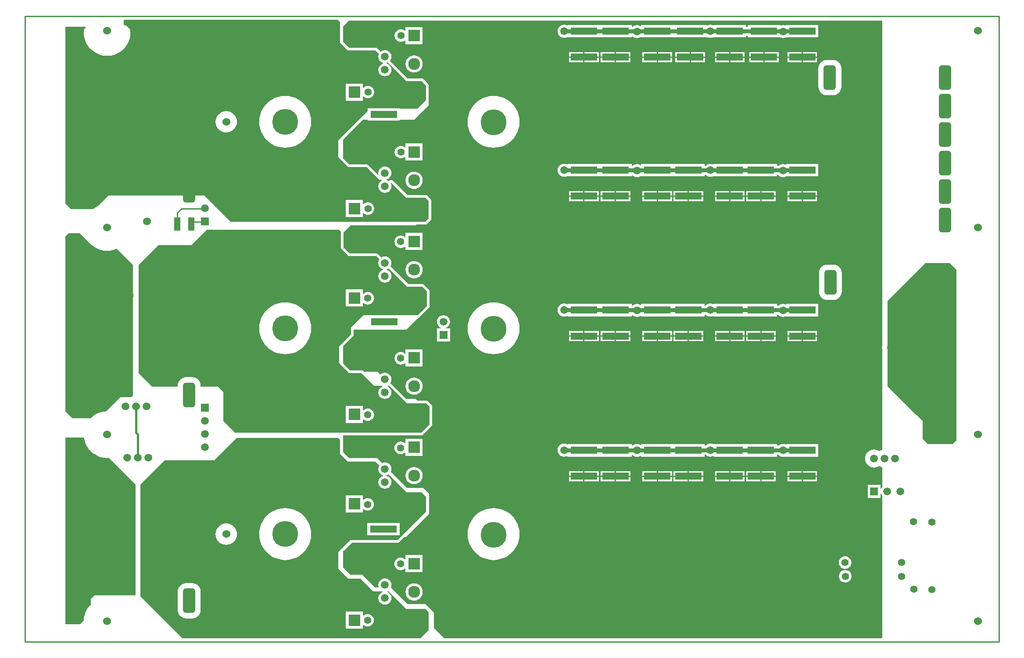
<source format=gbl>
G04 Layer_Physical_Order=4*
G04 Layer_Color=16711680*
%FSLAX44Y44*%
%MOMM*%
G71*
G01*
G75*
%ADD13C,0.2540*%
%ADD14C,0.8000*%
%ADD15C,0.4000*%
%ADD18C,0.1000*%
%ADD19C,1.5240*%
%ADD20C,1.4000*%
%ADD21R,1.5000X1.5000*%
%ADD22C,1.5000*%
G04:AMPARAMS|DCode=23|XSize=4.8mm|YSize=2.4mm|CornerRadius=0.6mm|HoleSize=0mm|Usage=FLASHONLY|Rotation=270.000|XOffset=0mm|YOffset=0mm|HoleType=Round|Shape=RoundedRectangle|*
%AMROUNDEDRECTD23*
21,1,4.8000,1.2000,0,0,270.0*
21,1,3.6000,2.4000,0,0,270.0*
1,1,1.2000,-0.6000,-1.8000*
1,1,1.2000,-0.6000,1.8000*
1,1,1.2000,0.6000,1.8000*
1,1,1.2000,0.6000,-1.8000*
%
%ADD23ROUNDEDRECTD23*%
%ADD24R,1.5000X1.5000*%
%ADD25O,9.0000X6.0000*%
%ADD26C,5.0000*%
%ADD27C,2.3000*%
%ADD28R,2.3000X2.3000*%
%ADD29C,1.6000*%
%ADD30C,0.8000*%
%ADD31R,5.2000X1.4000*%
%ADD32R,1.2000X2.5000*%
G36*
X586600Y795650D02*
X600800Y795650D01*
X605650D01*
X609400Y791900D01*
Y779300D01*
X609400Y760100D01*
X624800Y744700D01*
X678300D01*
X684183Y738818D01*
X683481Y737904D01*
X682222Y734863D01*
X681792Y731600D01*
X682222Y728337D01*
X683481Y725296D01*
X685485Y722685D01*
X688096Y720681D01*
X690823Y719552D01*
X690823Y719550D01*
Y718250D01*
X690823Y718248D01*
X688096Y717119D01*
X685485Y715115D01*
X683481Y712504D01*
X682222Y709463D01*
X681792Y706200D01*
X682222Y702937D01*
X683481Y699896D01*
X685485Y697285D01*
X688096Y695281D01*
X691137Y694022D01*
X694400Y693592D01*
X697663Y694022D01*
X700704Y695281D01*
X703315Y697285D01*
X705319Y699896D01*
X706578Y702937D01*
X707008Y706200D01*
X706578Y709463D01*
X705319Y712504D01*
X703315Y715115D01*
X700704Y717119D01*
X697977Y718248D01*
X697977Y718250D01*
Y719550D01*
X697977Y719552D01*
X700704Y720681D01*
X701618Y721382D01*
X733500Y689500D01*
X737600Y685400D01*
X766800D01*
X775500Y676700D01*
Y669100D01*
Y648400D01*
X757655Y630555D01*
X652900D01*
X629090Y606745D01*
X629090Y593190D01*
X606200Y570300D01*
X606200Y540400D01*
Y538200D01*
X625300Y519100D01*
X648900D01*
X673600Y494400D01*
X689561D01*
X689813Y493130D01*
X688096Y492419D01*
X685485Y490415D01*
X683481Y487804D01*
X682222Y484763D01*
X681792Y481500D01*
X682222Y478237D01*
X683481Y475196D01*
X685485Y472585D01*
X688096Y470581D01*
X691137Y469322D01*
X694400Y468892D01*
X697663Y469322D01*
X700704Y470581D01*
X703315Y472585D01*
X705319Y475196D01*
X706578Y478237D01*
X707008Y481500D01*
X706578Y484763D01*
X705319Y487804D01*
X703315Y490415D01*
X700704Y492419D01*
X698987Y493130D01*
X699239Y494400D01*
X702900D01*
X737100Y460200D01*
X774500D01*
X780600Y454100D01*
Y419800D01*
X764400Y403600D01*
X404900D01*
X400000Y408500D01*
X383000Y425500D01*
X383000Y481973D01*
X378586Y486386D01*
X372537Y492436D01*
X341736D01*
X339701D01*
X338802Y493334D01*
Y494700D01*
X338493Y497836D01*
X337579Y500853D01*
X336093Y503632D01*
X334094Y506068D01*
X331657Y508068D01*
X328878Y509554D01*
X325862Y510468D01*
X322725Y510777D01*
X310725D01*
X307589Y510468D01*
X304572Y509554D01*
X301793Y508068D01*
X299357Y506068D01*
X297357Y503632D01*
X295871Y500853D01*
X294956Y497836D01*
X294648Y494700D01*
Y492436D01*
X245823Y492436D01*
X219400Y518859D01*
X219400Y727800D01*
X257600Y766000D01*
X320700D01*
X350350Y795650D01*
X586600Y795650D01*
D02*
G37*
G36*
X1781800Y731300D02*
X1784900D01*
X1797300Y718900D01*
Y399000D01*
Y388500D01*
X1796300Y387500D01*
X1790200Y381400D01*
X1742400D01*
X1740100Y383700D01*
X1732100Y391700D01*
Y400600D01*
Y426200D01*
X1720400Y437900D01*
X1664500Y493800D01*
X1664500Y658800D01*
X1681250Y675550D01*
X1737000Y731300D01*
X1781800Y731300D01*
D02*
G37*
G36*
X128400Y766000D02*
X128920D01*
X130947Y764222D01*
X135852Y760945D01*
X141142Y758336D01*
X146728Y756440D01*
X152514Y755289D01*
X158400Y754903D01*
X164286Y755289D01*
X170072Y756440D01*
X175658Y758336D01*
X177001Y758999D01*
X208200Y727800D01*
Y599700D01*
X208200Y475650D01*
X204400Y471850D01*
X183350D01*
X156470Y444970D01*
X152514Y444711D01*
X146728Y443560D01*
X141142Y441664D01*
X135852Y439055D01*
X130947Y435778D01*
X126512Y431888D01*
X125996Y431300D01*
X91100D01*
X77400Y445000D01*
Y783200D01*
X83350Y789150D01*
X100900D01*
X105250Y789150D01*
X128400Y766000D01*
D02*
G37*
G36*
X1653900Y1198902D02*
X1653900Y621400D01*
Y572500D01*
X1653526Y567750D01*
X1653900Y563000D01*
Y370647D01*
X1651756Y369996D01*
X1648715Y368371D01*
X1648482Y368180D01*
X1648249Y368371D01*
X1645209Y369996D01*
X1641911Y370997D01*
X1638480Y371335D01*
X1635049Y370997D01*
X1631750Y369996D01*
X1628710Y368371D01*
X1626046Y366184D01*
X1623859Y363520D01*
X1622234Y360479D01*
X1621233Y357181D01*
X1620895Y353750D01*
X1621233Y350319D01*
X1622234Y347021D01*
X1623859Y343980D01*
X1626046Y341316D01*
X1628710Y339129D01*
X1631750Y337504D01*
X1635049Y336503D01*
X1638480Y336165D01*
X1641911Y336503D01*
X1645209Y337504D01*
X1648249Y339129D01*
X1648482Y339320D01*
X1648715Y339129D01*
X1651756Y337504D01*
X1653900Y336853D01*
Y297901D01*
X1652981Y296704D01*
X1652270Y294987D01*
X1651000Y295239D01*
Y302900D01*
X1626000D01*
Y277900D01*
X1651000D01*
Y285561D01*
X1652270Y285813D01*
X1652981Y284096D01*
X1653900Y282899D01*
Y43000D01*
X1653900Y7598D01*
X1653002Y6700D01*
X808800D01*
X793000Y22500D01*
X789000Y26500D01*
Y29500D01*
Y56700D01*
X784300Y61400D01*
X772800Y72900D01*
X737300D01*
X705754Y104446D01*
X706578Y106437D01*
X707008Y109700D01*
X706578Y112963D01*
X705319Y116004D01*
X703315Y118615D01*
X700704Y120619D01*
X697663Y121878D01*
X694400Y122308D01*
X691137Y121878D01*
X688096Y120619D01*
X685485Y118615D01*
X683481Y116004D01*
X682222Y112963D01*
X681792Y109700D01*
X682222Y106437D01*
X682338Y106156D01*
X681633Y105100D01*
X675000D01*
X664300Y115800D01*
X650500Y129600D01*
X628300D01*
X618400Y139500D01*
X613900Y144000D01*
X614100Y174700D01*
X615300Y175900D01*
X630392Y190992D01*
X718690D01*
X720641Y191380D01*
X722295Y192485D01*
X732110Y202300D01*
X735700D01*
X780100Y246700D01*
Y284300D01*
Y286200D01*
X777500Y288800D01*
X769100Y297200D01*
X736600D01*
X734700Y299100D01*
X705695Y328105D01*
X706578Y330237D01*
X707008Y333500D01*
X706578Y336763D01*
X705319Y339804D01*
X703315Y342415D01*
X700704Y344419D01*
X697663Y345678D01*
X694400Y346108D01*
X691137Y345678D01*
X689005Y344795D01*
X679500Y354300D01*
X625800D01*
X613900Y366200D01*
Y398502D01*
X764400D01*
X766351Y398890D01*
X768005Y399995D01*
X784205Y416195D01*
X785310Y417849D01*
X785698Y419800D01*
Y454100D01*
X785310Y456051D01*
X784205Y457705D01*
X778105Y463805D01*
X776451Y464910D01*
X774500Y465298D01*
X758102D01*
X754700Y468700D01*
X735810D01*
X706505Y498005D01*
X705465Y498700D01*
X705064Y500264D01*
X705319Y500596D01*
X706578Y503637D01*
X707008Y506900D01*
X706578Y510163D01*
X705319Y513204D01*
X703315Y515815D01*
X700704Y517819D01*
X697663Y519078D01*
X694400Y519508D01*
X691137Y519078D01*
X688096Y517819D01*
X685768Y516032D01*
X680700Y521100D01*
X654110D01*
X652505Y522705D01*
X650851Y523810D01*
X648900Y524198D01*
X627412D01*
X613900Y537710D01*
Y570790D01*
X632695Y589585D01*
X633800Y591239D01*
X634188Y593190D01*
X634188Y602900D01*
X736600Y602900D01*
X744500Y610800D01*
X759530Y625830D01*
X759606Y625845D01*
X761260Y626950D01*
X779105Y644795D01*
X780210Y646449D01*
X780598Y648400D01*
Y669100D01*
Y676700D01*
X780210Y678651D01*
X779105Y680305D01*
X770405Y689005D01*
X768751Y690110D01*
X766800Y690498D01*
X739712D01*
X737105Y693105D01*
X705222Y724987D01*
X705198Y725138D01*
X705319Y725296D01*
X706578Y728337D01*
X707008Y731600D01*
X706578Y734863D01*
X705319Y737904D01*
X703315Y740515D01*
X700704Y742519D01*
X697663Y743778D01*
X694400Y744208D01*
X691137Y743778D01*
X688096Y742519D01*
X687938Y742398D01*
X687787Y742422D01*
X681905Y748305D01*
X680251Y749410D01*
X678300Y749798D01*
X671302D01*
X670800Y750300D01*
X626410D01*
X614498Y762212D01*
X614498Y779300D01*
Y790498D01*
X627900Y803900D01*
X753200D01*
X754902Y805602D01*
X772400D01*
X772439Y805610D01*
X772478Y805603D01*
X773413Y805804D01*
X774351Y805990D01*
X774384Y806012D01*
X774423Y806021D01*
X775210Y806564D01*
X776005Y807095D01*
X776027Y807128D01*
X776060Y807151D01*
X782460Y813751D01*
X782979Y814555D01*
X783510Y815349D01*
X783518Y815388D01*
X783540Y815422D01*
X783711Y816362D01*
X783898Y817300D01*
Y851600D01*
X783510Y853551D01*
X782405Y855205D01*
X776305Y861305D01*
X774651Y862410D01*
X772700Y862798D01*
X737412D01*
X709969Y890241D01*
X709647Y890456D01*
X709385Y890743D01*
X708827Y891004D01*
X708315Y891346D01*
X707935Y891422D01*
X707583Y891586D01*
X706968Y891614D01*
X706364Y891734D01*
X705984Y891658D01*
X705596Y891676D01*
X705017Y891466D01*
X704413Y891346D01*
X704091Y891131D01*
X703726Y890998D01*
X702681Y890366D01*
X702226Y889951D01*
X701878Y889718D01*
X700704Y890619D01*
X697977Y891748D01*
X697977Y891750D01*
Y893050D01*
X697977Y893052D01*
X700704Y894181D01*
X703315Y896185D01*
X705319Y898796D01*
X706578Y901837D01*
X707008Y905100D01*
X706578Y908363D01*
X705319Y911404D01*
X703315Y914015D01*
X700704Y916019D01*
X697663Y917278D01*
X694400Y917708D01*
X691137Y917278D01*
X688096Y916019D01*
X685485Y914015D01*
X683481Y911404D01*
X682222Y908363D01*
X681792Y905100D01*
X682109Y902697D01*
X680906Y902104D01*
X662805Y920205D01*
X661151Y921310D01*
X659200Y921698D01*
X625612Y921698D01*
X613999Y933310D01*
X613905Y970095D01*
X652310Y1008500D01*
X661300D01*
Y1006400D01*
X723300D01*
Y1008500D01*
X751200D01*
X771900Y1029200D01*
X778900Y1036200D01*
Y1038800D01*
Y1063100D01*
X778798Y1063202D01*
Y1074200D01*
X778410Y1076151D01*
X777305Y1077805D01*
X768605Y1086505D01*
X766951Y1087610D01*
X765000Y1087998D01*
X737912D01*
X735305Y1090605D01*
X703971Y1121939D01*
X705319Y1123696D01*
X706578Y1126737D01*
X707008Y1130000D01*
X706578Y1133263D01*
X705319Y1136304D01*
X703315Y1138915D01*
X700704Y1140919D01*
X697663Y1142178D01*
X694400Y1142608D01*
X691137Y1142178D01*
X688096Y1140919D01*
X686339Y1139571D01*
X680105Y1145805D01*
X678451Y1146910D01*
X676500Y1147298D01*
X625112D01*
X613700Y1158710D01*
Y1184700D01*
Y1187900D01*
X616700Y1190900D01*
X625600Y1199800D01*
X677100D01*
X1653002Y1199800D01*
X1653900Y1198902D01*
D02*
G37*
G36*
X263000Y1200900D02*
X273000Y1200900D01*
X275400Y1200900D01*
X278600Y1200900D01*
X603600D01*
X606800Y1197700D01*
X607600Y1196900D01*
Y1179800D01*
Y1176800D01*
X607600Y1157600D01*
X623000Y1142200D01*
X676500D01*
X683164Y1135537D01*
X682222Y1133263D01*
X681792Y1130000D01*
X682222Y1126737D01*
X683481Y1123696D01*
X685485Y1121085D01*
X688096Y1119081D01*
X690823Y1117952D01*
X690823Y1117950D01*
Y1116650D01*
X690823Y1116648D01*
X688096Y1115519D01*
X685485Y1113515D01*
X683481Y1110904D01*
X682222Y1107863D01*
X681792Y1104600D01*
X682222Y1101337D01*
X683481Y1098296D01*
X685485Y1095685D01*
X688096Y1093681D01*
X691137Y1092422D01*
X694400Y1091992D01*
X697663Y1092422D01*
X700704Y1093681D01*
X703315Y1095685D01*
X705319Y1098296D01*
X706578Y1101337D01*
X707008Y1104600D01*
X706578Y1107863D01*
X705319Y1110904D01*
X703315Y1113515D01*
X700704Y1115519D01*
X697977Y1116648D01*
X697977Y1116650D01*
Y1117950D01*
X697977Y1117952D01*
X699937Y1118763D01*
X731700Y1087000D01*
X735800Y1082900D01*
X765000D01*
X773700Y1074200D01*
Y1066600D01*
Y1045900D01*
X768800Y1041000D01*
X757500Y1029700D01*
X723300D01*
Y1030400D01*
X661300D01*
Y1024700D01*
X604400Y967800D01*
X604400Y937900D01*
Y935700D01*
X623500Y916600D01*
X659200Y916600D01*
X683900Y891900D01*
X687871D01*
X688123Y890630D01*
X688096Y890619D01*
X685485Y888615D01*
X683481Y886004D01*
X682222Y882963D01*
X681792Y879700D01*
X682222Y876437D01*
X683481Y873396D01*
X685485Y870785D01*
X688096Y868781D01*
X691137Y867522D01*
X694400Y867092D01*
X697663Y867522D01*
X700704Y868781D01*
X703315Y870785D01*
X705319Y873396D01*
X706578Y876437D01*
X707008Y879700D01*
X706578Y882963D01*
X705319Y886004D01*
X706364Y886636D01*
X735300Y857700D01*
X772700D01*
X778800Y851600D01*
Y817300D01*
X772400Y810700D01*
X426600D01*
X396800Y810700D01*
X345650Y861850D01*
X160850Y861850D01*
X140198Y841198D01*
X135852Y839055D01*
X130947Y835778D01*
X130631Y835500D01*
X88600Y835500D01*
X77400Y846700D01*
Y1187500D01*
X116380D01*
X116981Y1186230D01*
X115868Y1184874D01*
X114475Y1182268D01*
X113617Y1179441D01*
X113327Y1176500D01*
X113303D01*
X113689Y1170614D01*
X114840Y1164828D01*
X116736Y1159242D01*
X119345Y1153952D01*
X122622Y1149047D01*
X126512Y1144612D01*
X130947Y1140723D01*
X135852Y1137445D01*
X141142Y1134836D01*
X146728Y1132940D01*
X152514Y1131789D01*
X158400Y1131404D01*
X164286Y1131789D01*
X170072Y1132940D01*
X175658Y1134836D01*
X180948Y1137445D01*
X185853Y1140723D01*
X190288Y1144612D01*
X194177Y1149047D01*
X197455Y1153952D01*
X200064Y1159242D01*
X201960Y1164828D01*
X203111Y1170614D01*
X203496Y1176500D01*
X203472D01*
X203183Y1179441D01*
X202325Y1182268D01*
X200932Y1184874D01*
X199058Y1187158D01*
X196774Y1189032D01*
X194168Y1190425D01*
X191341Y1191283D01*
X190300Y1191385D01*
Y1200025D01*
X191198Y1200923D01*
X263000Y1200900D01*
D02*
G37*
G36*
X605800Y391800D02*
X606950Y390650D01*
X607800Y389800D01*
X607800Y382200D01*
X607800Y363000D01*
X623200Y347600D01*
X676700D01*
X683922Y340378D01*
X683481Y339804D01*
X682222Y336763D01*
X681792Y333500D01*
X682222Y330237D01*
X683481Y327196D01*
X685485Y324585D01*
X688096Y322581D01*
X690823Y321452D01*
X690823Y321450D01*
Y320150D01*
X690823Y320148D01*
X688096Y319019D01*
X685485Y317015D01*
X683481Y314404D01*
X682222Y311363D01*
X681792Y308100D01*
X682222Y304837D01*
X683481Y301796D01*
X685485Y299185D01*
X688096Y297181D01*
X691137Y295922D01*
X694400Y295492D01*
X697663Y295922D01*
X700704Y297181D01*
X703315Y299185D01*
X705319Y301796D01*
X706578Y304837D01*
X707008Y308100D01*
X706578Y311363D01*
X705319Y314404D01*
X703315Y317015D01*
X700704Y319019D01*
X697977Y320148D01*
X697977Y320150D01*
Y321450D01*
X697977Y321452D01*
X700704Y322581D01*
X701278Y323022D01*
X731900Y292400D01*
X736000Y288300D01*
X765200D01*
X773900Y279600D01*
Y272000D01*
Y251300D01*
X769000Y246400D01*
X718690Y196090D01*
X627490D01*
X604600Y173200D01*
X604600Y143300D01*
Y141100D01*
X623700Y122000D01*
X647300D01*
X672000Y97300D01*
X689802D01*
X690055Y96030D01*
X688096Y95219D01*
X685485Y93215D01*
X683481Y90604D01*
X682222Y87563D01*
X681792Y84300D01*
X682222Y81037D01*
X683481Y77996D01*
X685485Y75385D01*
X688096Y73381D01*
X691137Y72122D01*
X694400Y71692D01*
X697663Y72122D01*
X700704Y73381D01*
X703315Y75385D01*
X705319Y77996D01*
X706578Y81037D01*
X707008Y84300D01*
X706578Y87563D01*
X705319Y90604D01*
X703315Y93215D01*
X700704Y95219D01*
X698745Y96030D01*
X698998Y97300D01*
X701300D01*
X735500Y63100D01*
X772900D01*
X779000Y57000D01*
Y22700D01*
X762800Y6500D01*
X304100D01*
X222900Y87700D01*
X222900Y303500D01*
X269600Y350200D01*
X364900D01*
X408500Y393800D01*
X603800Y393800D01*
X605800Y391800D01*
D02*
G37*
G36*
X113673Y394362D02*
X113689Y394114D01*
X114840Y388328D01*
X116736Y382742D01*
X119345Y377452D01*
X122622Y372547D01*
X126512Y368112D01*
X130947Y364222D01*
X135852Y360945D01*
X141142Y358336D01*
X146728Y356440D01*
X152514Y355289D01*
X158400Y354903D01*
X161400Y355100D01*
X213000Y303500D01*
X213000Y90498D01*
X212102Y89600D01*
X133800D01*
X127150Y82950D01*
Y72448D01*
X126512Y71888D01*
X122622Y67453D01*
X119345Y62548D01*
X116736Y57258D01*
X114840Y51672D01*
X113689Y45886D01*
X113381Y41181D01*
X105500Y33300D01*
X77500D01*
Y394362D01*
X91300D01*
X113673Y394362D01*
D02*
G37*
%LPC*%
G36*
X1168040Y589030D02*
X1140770D01*
Y580760D01*
X1168040D01*
Y589030D01*
D02*
G37*
G36*
X807500Y630508D02*
X804237Y630078D01*
X801196Y628819D01*
X798585Y626815D01*
X796581Y624204D01*
X795322Y621163D01*
X794892Y617900D01*
X795322Y614637D01*
X796581Y611596D01*
X798585Y608985D01*
X801196Y606981D01*
X802913Y606270D01*
X802661Y605000D01*
X795000D01*
Y580000D01*
X820000D01*
Y605000D01*
X812339D01*
X812087Y606270D01*
X813804Y606981D01*
X816415Y608985D01*
X818419Y611596D01*
X819678Y614637D01*
X820108Y617900D01*
X819678Y621163D01*
X818419Y624204D01*
X816415Y626815D01*
X813804Y628819D01*
X810763Y630078D01*
X807500Y630508D01*
D02*
G37*
G36*
X767210Y564550D02*
X734210D01*
Y557059D01*
X732940Y556433D01*
X731052Y557882D01*
X728133Y559091D01*
X725000Y559504D01*
X721868Y559091D01*
X718948Y557882D01*
X716442Y555959D01*
X714518Y553452D01*
X713309Y550533D01*
X712897Y547400D01*
X713309Y544267D01*
X714518Y541348D01*
X716442Y538842D01*
X718948Y536918D01*
X721868Y535709D01*
X725000Y535297D01*
X728133Y535709D01*
X731052Y536918D01*
X732940Y538367D01*
X734210Y537741D01*
Y531550D01*
X767210D01*
Y564550D01*
D02*
G37*
G36*
X1077230Y589030D02*
X1049960D01*
Y580760D01*
X1077230D01*
Y589030D01*
D02*
G37*
G36*
X1107040D02*
X1079770D01*
Y580760D01*
X1107040D01*
Y589030D01*
D02*
G37*
G36*
X1138230D02*
X1110960D01*
Y580760D01*
X1138230D01*
Y589030D01*
D02*
G37*
G36*
X1218730D02*
X1191460D01*
Y580760D01*
X1218730D01*
Y589030D01*
D02*
G37*
G36*
X904220Y655417D02*
X897680Y654989D01*
X891251Y653710D01*
X885045Y651603D01*
X879166Y648704D01*
X873717Y645063D01*
X868789Y640741D01*
X864467Y635813D01*
X860826Y630364D01*
X857927Y624485D01*
X855820Y618279D01*
X854541Y611850D01*
X854113Y605310D01*
X854541Y598770D01*
X855820Y592341D01*
X857927Y586135D01*
X860826Y580256D01*
X864467Y574807D01*
X868789Y569879D01*
X873717Y565557D01*
X879166Y561916D01*
X885045Y559017D01*
X891251Y556910D01*
X897680Y555631D01*
X904220Y555203D01*
X910760Y555631D01*
X917189Y556910D01*
X923395Y559017D01*
X929274Y561916D01*
X934724Y565557D01*
X939651Y569879D01*
X943973Y574807D01*
X947614Y580256D01*
X950513Y586135D01*
X952620Y592341D01*
X953899Y598770D01*
X954327Y605310D01*
X953899Y611850D01*
X952620Y618279D01*
X950513Y624485D01*
X947614Y630364D01*
X943973Y635813D01*
X939651Y640741D01*
X934724Y645063D01*
X929274Y648704D01*
X923395Y651603D01*
X917189Y653710D01*
X910760Y654989D01*
X904220Y655417D01*
D02*
G37*
G36*
X1322250Y382618D02*
X1318987Y382188D01*
X1315946Y380929D01*
X1313547Y379088D01*
X1311000D01*
Y381500D01*
X1189000D01*
Y380513D01*
X1187730Y379887D01*
X1187154Y380329D01*
X1184113Y381588D01*
X1180850Y382018D01*
X1177587Y381588D01*
X1174546Y380329D01*
X1172929Y379088D01*
X1170500D01*
Y381500D01*
X1047500D01*
X1047500Y381500D01*
Y381500D01*
X1046230Y381104D01*
X1043613Y382188D01*
X1040350Y382618D01*
X1037087Y382188D01*
X1034046Y380929D01*
X1031435Y378925D01*
X1029431Y376314D01*
X1028172Y373273D01*
X1027742Y370010D01*
X1028172Y366747D01*
X1029431Y363706D01*
X1031435Y361095D01*
X1034046Y359091D01*
X1037087Y357832D01*
X1040350Y357402D01*
X1043613Y357832D01*
X1046230Y358916D01*
X1047500Y358278D01*
Y357500D01*
X1170500D01*
Y360502D01*
X1171770Y360710D01*
X1171935Y360495D01*
X1174546Y358491D01*
X1177587Y357232D01*
X1180850Y356802D01*
X1184113Y357232D01*
X1187154Y358491D01*
X1187861Y359034D01*
X1189000Y358472D01*
Y357500D01*
X1311000D01*
Y360932D01*
X1313547D01*
X1315946Y359091D01*
X1318987Y357832D01*
X1322250Y357402D01*
X1325513Y357832D01*
X1327730Y358750D01*
X1329000Y357901D01*
Y357500D01*
X1451000D01*
Y360932D01*
X1453499D01*
X1453835Y360495D01*
X1456446Y358491D01*
X1459487Y357232D01*
X1462750Y356802D01*
X1466013Y357232D01*
X1468105Y358098D01*
X1469000Y357500D01*
Y357500D01*
X1531000D01*
Y381500D01*
X1469000D01*
Y381494D01*
X1467944Y380788D01*
X1466013Y381588D01*
X1462750Y382018D01*
X1459487Y381588D01*
X1456446Y380329D01*
X1454829Y379088D01*
X1451000D01*
Y381500D01*
X1329000D01*
X1329000Y381500D01*
Y381500D01*
X1327730Y381270D01*
X1325513Y382188D01*
X1322250Y382618D01*
D02*
G37*
G36*
X1528540Y329040D02*
X1501270D01*
Y320770D01*
X1528540D01*
Y329040D01*
D02*
G37*
G36*
X1498730D02*
X1471460D01*
Y320770D01*
X1498730D01*
Y329040D01*
D02*
G37*
G36*
X767210Y391830D02*
X734210D01*
Y383284D01*
X732940Y382926D01*
X730652Y384682D01*
X727733Y385891D01*
X724600Y386303D01*
X721468Y385891D01*
X718548Y384682D01*
X716042Y382758D01*
X714118Y380252D01*
X712909Y377333D01*
X712497Y374200D01*
X712909Y371067D01*
X714118Y368148D01*
X716042Y365642D01*
X718548Y363718D01*
X721468Y362509D01*
X724600Y362096D01*
X727733Y362509D01*
X730652Y363718D01*
X732940Y365474D01*
X734210Y365116D01*
Y358830D01*
X767210D01*
Y391830D01*
D02*
G37*
G36*
X501950Y655417D02*
X495410Y654989D01*
X488981Y653710D01*
X482775Y651603D01*
X476897Y648704D01*
X471447Y645063D01*
X466519Y640741D01*
X462197Y635813D01*
X458556Y630364D01*
X455657Y624485D01*
X453550Y618279D01*
X452271Y611850D01*
X451843Y605310D01*
X452271Y598770D01*
X453550Y592341D01*
X455657Y586135D01*
X458556Y580256D01*
X462197Y574807D01*
X466519Y569879D01*
X471447Y565557D01*
X476897Y561916D01*
X482775Y559017D01*
X488981Y556910D01*
X495410Y555631D01*
X501950Y555203D01*
X508490Y555631D01*
X514919Y556910D01*
X521125Y559017D01*
X527004Y561916D01*
X532453Y565557D01*
X537381Y569879D01*
X541703Y574807D01*
X545344Y580256D01*
X548243Y586135D01*
X550350Y592341D01*
X551629Y598770D01*
X552057Y605310D01*
X551629Y611850D01*
X550350Y618279D01*
X548243Y624485D01*
X545344Y630364D01*
X541703Y635813D01*
X537381Y640741D01*
X532453Y645063D01*
X527004Y648704D01*
X521125Y651603D01*
X514919Y653710D01*
X508490Y654989D01*
X501950Y655417D01*
D02*
G37*
G36*
X750710Y510130D02*
X747476Y509811D01*
X744365Y508868D01*
X741499Y507336D01*
X738987Y505274D01*
X736925Y502761D01*
X735393Y499895D01*
X734449Y496785D01*
X734130Y493550D01*
X734449Y490316D01*
X735393Y487205D01*
X736925Y484339D01*
X738987Y481826D01*
X741499Y479765D01*
X744365Y478232D01*
X747476Y477289D01*
X750710Y476970D01*
X753945Y477289D01*
X757055Y478232D01*
X759921Y479765D01*
X762434Y481826D01*
X764496Y484339D01*
X766028Y487205D01*
X766972Y490316D01*
X767290Y493550D01*
X766972Y496785D01*
X766028Y499895D01*
X764496Y502761D01*
X762434Y505274D01*
X759921Y507336D01*
X757055Y508868D01*
X753945Y509811D01*
X750710Y510130D01*
D02*
G37*
G36*
X651960Y455540D02*
X618960D01*
Y422540D01*
X651960D01*
Y429022D01*
X653230Y429543D01*
X655348Y427918D01*
X658268Y426709D01*
X661400Y426297D01*
X664533Y426709D01*
X667452Y427918D01*
X669959Y429841D01*
X671882Y432348D01*
X673091Y435267D01*
X673504Y438400D01*
X673091Y441533D01*
X671882Y444452D01*
X669959Y446959D01*
X667452Y448882D01*
X664533Y450091D01*
X661400Y450504D01*
X658268Y450091D01*
X655348Y448882D01*
X653230Y447257D01*
X651960Y447778D01*
Y455540D01*
D02*
G37*
G36*
X1168040Y599840D02*
X1140770D01*
Y591570D01*
X1168040D01*
Y599840D01*
D02*
G37*
G36*
X1218730D02*
X1191460D01*
Y591570D01*
X1218730D01*
Y599840D01*
D02*
G37*
G36*
X1107040D02*
X1079770D01*
Y591570D01*
X1107040D01*
Y599840D01*
D02*
G37*
G36*
X1138230D02*
X1110960D01*
Y591570D01*
X1138230D01*
Y599840D01*
D02*
G37*
G36*
X1248540D02*
X1221270D01*
Y591570D01*
X1248540D01*
Y599840D01*
D02*
G37*
G36*
X1358730D02*
X1331460D01*
Y591570D01*
X1358730D01*
Y599840D01*
D02*
G37*
G36*
X1388540D02*
X1361270D01*
Y591570D01*
X1388540D01*
Y599840D01*
D02*
G37*
G36*
X1278730D02*
X1251460D01*
Y591570D01*
X1278730D01*
Y599840D01*
D02*
G37*
G36*
X1308540D02*
X1281270D01*
Y591570D01*
X1308540D01*
Y599840D01*
D02*
G37*
G36*
X1077230D02*
X1049960D01*
Y591570D01*
X1077230D01*
Y599840D01*
D02*
G37*
G36*
X1308540Y589030D02*
X1281270D01*
Y580760D01*
X1308540D01*
Y589030D01*
D02*
G37*
G36*
X1358730D02*
X1331460D01*
Y580760D01*
X1358730D01*
Y589030D01*
D02*
G37*
G36*
X1248540D02*
X1221270D01*
Y580760D01*
X1248540D01*
Y589030D01*
D02*
G37*
G36*
X1278730D02*
X1251460D01*
Y580760D01*
X1278730D01*
Y589030D01*
D02*
G37*
G36*
X1388540D02*
X1361270D01*
Y580760D01*
X1388540D01*
Y589030D01*
D02*
G37*
G36*
X1498730D02*
X1471460D01*
Y580760D01*
X1498730D01*
Y589030D01*
D02*
G37*
G36*
X1528540D02*
X1501270D01*
Y580760D01*
X1528540D01*
Y589030D01*
D02*
G37*
G36*
X1418730D02*
X1391460D01*
Y580760D01*
X1418730D01*
Y589030D01*
D02*
G37*
G36*
X1448540D02*
X1421270D01*
Y580760D01*
X1448540D01*
Y589030D01*
D02*
G37*
G36*
Y329040D02*
X1421270D01*
Y320770D01*
X1448540D01*
Y329040D01*
D02*
G37*
G36*
X750710Y337410D02*
X747476Y337091D01*
X744365Y336148D01*
X741499Y334616D01*
X738987Y332554D01*
X736925Y330041D01*
X735393Y327175D01*
X734449Y324065D01*
X734130Y320830D01*
X734449Y317596D01*
X735393Y314485D01*
X736925Y311619D01*
X738987Y309106D01*
X741499Y307045D01*
X744365Y305512D01*
X747476Y304569D01*
X750710Y304250D01*
X753945Y304569D01*
X757055Y305512D01*
X759921Y307045D01*
X762434Y309106D01*
X764496Y311619D01*
X766028Y314485D01*
X766972Y317596D01*
X767290Y320830D01*
X766972Y324065D01*
X766028Y327175D01*
X764496Y330041D01*
X762434Y332554D01*
X759921Y334616D01*
X757055Y336148D01*
X753945Y337091D01*
X750710Y337410D01*
D02*
G37*
G36*
X1077230Y318230D02*
X1049960D01*
Y309960D01*
X1077230D01*
Y318230D01*
D02*
G37*
G36*
X722600Y229500D02*
X660600D01*
Y205500D01*
X722600D01*
Y229500D01*
D02*
G37*
G36*
X651960Y282830D02*
X618960D01*
Y249830D01*
X651960D01*
Y255410D01*
X653230Y256036D01*
X654948Y254718D01*
X657868Y253509D01*
X661000Y253097D01*
X664133Y253509D01*
X667052Y254718D01*
X669559Y256642D01*
X671482Y259148D01*
X672691Y262067D01*
X673104Y265200D01*
X672691Y268333D01*
X671482Y271252D01*
X669559Y273759D01*
X667052Y275682D01*
X664133Y276891D01*
X661000Y277304D01*
X657868Y276891D01*
X654948Y275682D01*
X653230Y274363D01*
X651960Y274990D01*
Y282830D01*
D02*
G37*
G36*
X1107040Y318230D02*
X1079770D01*
Y309960D01*
X1107040D01*
Y318230D01*
D02*
G37*
G36*
X1218730D02*
X1191460D01*
Y309960D01*
X1218730D01*
Y318230D01*
D02*
G37*
G36*
X1248540D02*
X1221270D01*
Y309960D01*
X1248540D01*
Y318230D01*
D02*
G37*
G36*
X1138230D02*
X1110960D01*
Y309960D01*
X1138230D01*
Y318230D01*
D02*
G37*
G36*
X1168040D02*
X1140770D01*
Y309960D01*
X1168040D01*
Y318230D01*
D02*
G37*
G36*
X750710Y112620D02*
X747476Y112301D01*
X744365Y111358D01*
X741499Y109826D01*
X738987Y107764D01*
X736925Y105251D01*
X735393Y102385D01*
X734449Y99275D01*
X734130Y96040D01*
X734449Y92806D01*
X735393Y89695D01*
X736925Y86829D01*
X738987Y84316D01*
X741499Y82254D01*
X744365Y80722D01*
X747476Y79779D01*
X750710Y79460D01*
X753945Y79779D01*
X757055Y80722D01*
X759921Y82254D01*
X762434Y84316D01*
X764496Y86829D01*
X766028Y89695D01*
X766972Y92806D01*
X767290Y96040D01*
X766972Y99275D01*
X766028Y102385D01*
X764496Y105251D01*
X762434Y107764D01*
X759921Y109826D01*
X757055Y111358D01*
X753945Y112301D01*
X750710Y112620D01*
D02*
G37*
G36*
X1582800Y138404D02*
X1579667Y137991D01*
X1576748Y136782D01*
X1574241Y134859D01*
X1572318Y132352D01*
X1571109Y129433D01*
X1570697Y126300D01*
X1571109Y123167D01*
X1572318Y120248D01*
X1574241Y117741D01*
X1576748Y115818D01*
X1579667Y114609D01*
X1582800Y114197D01*
X1585933Y114609D01*
X1588852Y115818D01*
X1591358Y117741D01*
X1593282Y120248D01*
X1594491Y123167D01*
X1594904Y126300D01*
X1594491Y129433D01*
X1593282Y132352D01*
X1591358Y134859D01*
X1588852Y136782D01*
X1585933Y137991D01*
X1582800Y138404D01*
D02*
G37*
G36*
X651960Y58030D02*
X618960D01*
Y25030D01*
X651960D01*
Y31510D01*
X653230Y32136D01*
X654948Y30818D01*
X657868Y29609D01*
X661000Y29197D01*
X664133Y29609D01*
X667052Y30818D01*
X669559Y32741D01*
X671482Y35248D01*
X672691Y38167D01*
X673104Y41300D01*
X672691Y44433D01*
X671482Y47352D01*
X669559Y49858D01*
X667052Y51782D01*
X664133Y52991D01*
X661000Y53404D01*
X657868Y52991D01*
X654948Y51782D01*
X653230Y50464D01*
X651960Y51090D01*
Y58030D01*
D02*
G37*
G36*
X322725Y113077D02*
X310725D01*
X307589Y112768D01*
X304572Y111854D01*
X301793Y110368D01*
X299357Y108368D01*
X297357Y105932D01*
X295871Y103153D01*
X294956Y100136D01*
X294648Y97000D01*
Y61000D01*
X294956Y57863D01*
X295871Y54847D01*
X297357Y52068D01*
X299357Y49632D01*
X301793Y47632D01*
X304572Y46146D01*
X307589Y45231D01*
X310725Y44922D01*
X322725D01*
X325862Y45231D01*
X328878Y46146D01*
X331657Y47632D01*
X334094Y49632D01*
X336093Y52068D01*
X337579Y54847D01*
X338493Y57863D01*
X338802Y61000D01*
Y97000D01*
X338493Y100136D01*
X337579Y103153D01*
X336093Y105932D01*
X334094Y108368D01*
X331657Y110368D01*
X328878Y111854D01*
X325862Y112768D01*
X322725Y113077D01*
D02*
G37*
G36*
X1582600Y164904D02*
X1579467Y164491D01*
X1576548Y163282D01*
X1574041Y161359D01*
X1572118Y158852D01*
X1570909Y155933D01*
X1570497Y152800D01*
X1570909Y149668D01*
X1572118Y146748D01*
X1574041Y144242D01*
X1576548Y142318D01*
X1579467Y141109D01*
X1582600Y140697D01*
X1585733Y141109D01*
X1588652Y142318D01*
X1591158Y144242D01*
X1593082Y146748D01*
X1594291Y149668D01*
X1594704Y152800D01*
X1594291Y155933D01*
X1593082Y158852D01*
X1591158Y161359D01*
X1588652Y163282D01*
X1585733Y164491D01*
X1582600Y164904D01*
D02*
G37*
G36*
X767210Y167040D02*
X734210D01*
Y159384D01*
X732940Y159026D01*
X730652Y160782D01*
X727733Y161991D01*
X724600Y162404D01*
X721468Y161991D01*
X718548Y160782D01*
X716042Y158858D01*
X714118Y156352D01*
X712909Y153433D01*
X712497Y150300D01*
X712909Y147167D01*
X714118Y144248D01*
X716042Y141742D01*
X718548Y139818D01*
X721468Y138609D01*
X724600Y138196D01*
X727733Y138609D01*
X730652Y139818D01*
X732940Y141574D01*
X734210Y141216D01*
Y134040D01*
X767210D01*
Y167040D01*
D02*
G37*
G36*
X388300Y228399D02*
X384281Y228003D01*
X380417Y226831D01*
X376856Y224928D01*
X373734Y222366D01*
X371172Y219244D01*
X369269Y215683D01*
X368097Y211819D01*
X367701Y207800D01*
X368097Y203781D01*
X369269Y199917D01*
X371172Y196356D01*
X373734Y193234D01*
X376856Y190672D01*
X380417Y188769D01*
X384281Y187597D01*
X388300Y187201D01*
X392319Y187597D01*
X396183Y188769D01*
X399744Y190672D01*
X402866Y193234D01*
X405428Y196356D01*
X407331Y199917D01*
X408503Y203781D01*
X408899Y207800D01*
X408503Y211819D01*
X407331Y215683D01*
X405428Y219244D01*
X402866Y222366D01*
X399744Y224928D01*
X396183Y226831D01*
X392319Y228003D01*
X388300Y228399D01*
D02*
G37*
G36*
X501950Y257907D02*
X495410Y257479D01*
X488981Y256200D01*
X482775Y254093D01*
X476897Y251194D01*
X471447Y247553D01*
X466519Y243231D01*
X462197Y238303D01*
X458556Y232854D01*
X455657Y226975D01*
X453550Y220769D01*
X452271Y214340D01*
X451843Y207800D01*
X452271Y201260D01*
X453550Y194831D01*
X455657Y188625D01*
X458556Y182746D01*
X462197Y177297D01*
X466519Y172369D01*
X471447Y168047D01*
X476897Y164406D01*
X482775Y161507D01*
X488981Y159400D01*
X495410Y158121D01*
X501950Y157693D01*
X508490Y158121D01*
X514919Y159400D01*
X521125Y161507D01*
X527004Y164406D01*
X532453Y168047D01*
X537381Y172369D01*
X541703Y177297D01*
X545344Y182746D01*
X548243Y188625D01*
X550350Y194831D01*
X551629Y201260D01*
X552057Y207800D01*
X551629Y214340D01*
X550350Y220769D01*
X548243Y226975D01*
X545344Y232854D01*
X541703Y238303D01*
X537381Y243231D01*
X532453Y247553D01*
X527004Y251194D01*
X521125Y254093D01*
X514919Y256200D01*
X508490Y257479D01*
X501950Y257907D01*
D02*
G37*
G36*
X904220D02*
X897680Y257479D01*
X891251Y256200D01*
X885045Y254093D01*
X879166Y251194D01*
X873717Y247553D01*
X868789Y243231D01*
X864467Y238303D01*
X860826Y232854D01*
X857927Y226975D01*
X855820Y220769D01*
X854541Y214340D01*
X854113Y207800D01*
X854541Y201260D01*
X855820Y194831D01*
X857927Y188625D01*
X860826Y182746D01*
X864467Y177297D01*
X868789Y172369D01*
X873717Y168047D01*
X879166Y164406D01*
X885045Y161507D01*
X891251Y159400D01*
X897680Y158121D01*
X904220Y157693D01*
X910760Y158121D01*
X917189Y159400D01*
X923395Y161507D01*
X929274Y164406D01*
X934724Y168047D01*
X939651Y172369D01*
X943973Y177297D01*
X947614Y182746D01*
X950513Y188625D01*
X952620Y194831D01*
X953899Y201260D01*
X954327Y207800D01*
X953899Y214340D01*
X952620Y220769D01*
X950513Y226975D01*
X947614Y232854D01*
X943973Y238303D01*
X939651Y243231D01*
X934724Y247553D01*
X929274Y251194D01*
X923395Y254093D01*
X917189Y256200D01*
X910760Y257479D01*
X904220Y257907D01*
D02*
G37*
G36*
X1278730Y318230D02*
X1251460D01*
Y309960D01*
X1278730D01*
Y318230D01*
D02*
G37*
G36*
X1218730Y329040D02*
X1191460D01*
Y320770D01*
X1218730D01*
Y329040D01*
D02*
G37*
G36*
X1248540D02*
X1221270D01*
Y320770D01*
X1248540D01*
Y329040D01*
D02*
G37*
G36*
X1138230D02*
X1110960D01*
Y320770D01*
X1138230D01*
Y329040D01*
D02*
G37*
G36*
X1168040D02*
X1140770D01*
Y320770D01*
X1168040D01*
Y329040D01*
D02*
G37*
G36*
X1278730D02*
X1251460D01*
Y320770D01*
X1278730D01*
Y329040D01*
D02*
G37*
G36*
X1388540D02*
X1361270D01*
Y320770D01*
X1388540D01*
Y329040D01*
D02*
G37*
G36*
X1418730D02*
X1391460D01*
Y320770D01*
X1418730D01*
Y329040D01*
D02*
G37*
G36*
X1308540D02*
X1281270D01*
Y320770D01*
X1308540D01*
Y329040D01*
D02*
G37*
G36*
X1358730D02*
X1331460D01*
Y320770D01*
X1358730D01*
Y329040D01*
D02*
G37*
G36*
X1388540Y318230D02*
X1361270D01*
Y309960D01*
X1388540D01*
Y318230D01*
D02*
G37*
G36*
X1418730D02*
X1391460D01*
Y309960D01*
X1418730D01*
Y318230D01*
D02*
G37*
G36*
X1308540D02*
X1281270D01*
Y309960D01*
X1308540D01*
Y318230D01*
D02*
G37*
G36*
X1358730D02*
X1331460D01*
Y309960D01*
X1358730D01*
Y318230D01*
D02*
G37*
G36*
X1448540D02*
X1421270D01*
Y309960D01*
X1448540D01*
Y318230D01*
D02*
G37*
G36*
X1077230Y329040D02*
X1049960D01*
Y320770D01*
X1077230D01*
Y329040D01*
D02*
G37*
G36*
X1107040D02*
X1079770D01*
Y320770D01*
X1107040D01*
Y329040D01*
D02*
G37*
G36*
X1498730Y318230D02*
X1471460D01*
Y309960D01*
X1498730D01*
Y318230D01*
D02*
G37*
G36*
X1528540D02*
X1501270D01*
Y309960D01*
X1528540D01*
Y318230D01*
D02*
G37*
G36*
X1218730Y1127730D02*
X1191460D01*
Y1119460D01*
X1218730D01*
Y1127730D01*
D02*
G37*
G36*
X1248540D02*
X1221270D01*
Y1119460D01*
X1248540D01*
Y1127730D01*
D02*
G37*
G36*
X1138230D02*
X1110960D01*
Y1119460D01*
X1138230D01*
Y1127730D01*
D02*
G37*
G36*
X1168040D02*
X1140770D01*
Y1119460D01*
X1168040D01*
Y1127730D01*
D02*
G37*
G36*
X1282230D02*
X1254960D01*
Y1119460D01*
X1282230D01*
Y1127730D01*
D02*
G37*
G36*
X1388540D02*
X1361270D01*
Y1119460D01*
X1388540D01*
Y1127730D01*
D02*
G37*
G36*
X1424830D02*
X1397560D01*
Y1119460D01*
X1424830D01*
Y1127730D01*
D02*
G37*
G36*
X1312040D02*
X1284770D01*
Y1119460D01*
X1312040D01*
Y1127730D01*
D02*
G37*
G36*
X1358730D02*
X1331460D01*
Y1119460D01*
X1358730D01*
Y1127730D01*
D02*
G37*
G36*
X1107040D02*
X1079770D01*
Y1119460D01*
X1107040D01*
Y1127730D01*
D02*
G37*
G36*
X904220Y1054197D02*
X897680Y1053769D01*
X891251Y1052490D01*
X885045Y1050383D01*
X879166Y1047484D01*
X873717Y1043843D01*
X868789Y1039521D01*
X864467Y1034593D01*
X860826Y1029144D01*
X857927Y1023265D01*
X855820Y1017059D01*
X854541Y1010630D01*
X854113Y1004090D01*
X854541Y997550D01*
X855820Y991121D01*
X857927Y984915D01*
X860826Y979036D01*
X864467Y973587D01*
X868789Y968659D01*
X873717Y964337D01*
X879166Y960696D01*
X885045Y957797D01*
X891251Y955690D01*
X897680Y954411D01*
X904220Y953983D01*
X910760Y954411D01*
X917189Y955690D01*
X923395Y957797D01*
X929274Y960696D01*
X934724Y964337D01*
X939651Y968659D01*
X943973Y973587D01*
X947614Y979036D01*
X950513Y984915D01*
X952620Y991121D01*
X953899Y997550D01*
X954327Y1004090D01*
X953899Y1010630D01*
X952620Y1017059D01*
X950513Y1023265D01*
X947614Y1029144D01*
X943973Y1034593D01*
X939651Y1039521D01*
X934724Y1043843D01*
X929274Y1047484D01*
X923395Y1050383D01*
X917189Y1052490D01*
X910760Y1053769D01*
X904220Y1054197D01*
D02*
G37*
G36*
X767210Y962060D02*
X734210D01*
Y955389D01*
X732940Y954763D01*
X731352Y955982D01*
X728433Y957191D01*
X725300Y957604D01*
X722168Y957191D01*
X719248Y955982D01*
X716742Y954059D01*
X714818Y951552D01*
X713609Y948633D01*
X713197Y945500D01*
X713609Y942367D01*
X714818Y939448D01*
X716742Y936942D01*
X719248Y935018D01*
X722168Y933809D01*
X725300Y933397D01*
X728433Y933809D01*
X731352Y935018D01*
X732940Y936237D01*
X734210Y935611D01*
Y929060D01*
X767210D01*
Y962060D01*
D02*
G37*
G36*
X1322250Y923018D02*
X1318987Y922588D01*
X1315946Y921329D01*
X1313547Y919488D01*
X1311000D01*
Y922600D01*
X1189000D01*
Y920913D01*
X1187730Y920287D01*
X1187154Y920729D01*
X1184113Y921988D01*
X1180850Y922418D01*
X1177587Y921988D01*
X1174546Y920729D01*
X1172929Y919488D01*
X1170500D01*
Y922600D01*
X1047500D01*
Y922142D01*
X1046230Y921504D01*
X1043613Y922588D01*
X1040350Y923018D01*
X1037087Y922588D01*
X1034046Y921329D01*
X1031435Y919325D01*
X1029431Y916714D01*
X1028172Y913673D01*
X1027742Y910410D01*
X1028172Y907147D01*
X1029431Y904106D01*
X1031435Y901495D01*
X1034046Y899491D01*
X1037087Y898232D01*
X1040350Y897802D01*
X1043613Y898232D01*
X1046230Y899316D01*
X1047500Y898678D01*
Y898600D01*
X1170500D01*
Y900902D01*
X1171770Y901110D01*
X1171935Y900895D01*
X1174546Y898891D01*
X1177587Y897632D01*
X1180850Y897202D01*
X1184113Y897632D01*
X1187154Y898891D01*
X1187861Y899434D01*
X1189000Y898872D01*
Y898600D01*
X1311000D01*
Y901332D01*
X1313547D01*
X1315946Y899491D01*
X1318987Y898232D01*
X1322250Y897802D01*
X1325513Y898232D01*
X1327730Y899150D01*
X1329000Y898600D01*
Y898600D01*
X1329000Y898600D01*
X1451000D01*
Y901332D01*
X1453499D01*
X1453835Y900895D01*
X1456446Y898891D01*
X1459487Y897632D01*
X1462750Y897202D01*
X1466013Y897632D01*
X1468752Y898766D01*
X1469000Y898600D01*
Y898600D01*
X1531000D01*
Y922600D01*
X1469000D01*
Y921894D01*
X1467944Y921189D01*
X1466013Y921988D01*
X1462750Y922418D01*
X1459487Y921988D01*
X1456446Y920729D01*
X1454829Y919488D01*
X1451000D01*
Y922600D01*
X1329000D01*
Y922519D01*
X1327730Y921670D01*
X1325513Y922588D01*
X1322250Y923018D01*
D02*
G37*
G36*
X501950Y1054197D02*
X495410Y1053769D01*
X488981Y1052490D01*
X482775Y1050383D01*
X476897Y1047484D01*
X471447Y1043843D01*
X466519Y1039521D01*
X462197Y1034593D01*
X458556Y1029144D01*
X455657Y1023265D01*
X453550Y1017059D01*
X452271Y1010630D01*
X451843Y1004090D01*
X452271Y997550D01*
X453550Y991121D01*
X455657Y984915D01*
X458556Y979036D01*
X462197Y973587D01*
X466519Y968659D01*
X471447Y964337D01*
X476897Y960696D01*
X482775Y957797D01*
X488981Y955690D01*
X495410Y954411D01*
X501950Y953983D01*
X508490Y954411D01*
X514919Y955690D01*
X521125Y957797D01*
X527004Y960696D01*
X532453Y964337D01*
X537381Y968659D01*
X541703Y973587D01*
X545344Y979036D01*
X548243Y984915D01*
X550350Y991121D01*
X551629Y997550D01*
X552057Y1004090D01*
X551629Y1010630D01*
X550350Y1017059D01*
X548243Y1023265D01*
X545344Y1029144D01*
X541703Y1034593D01*
X537381Y1039521D01*
X532453Y1043843D01*
X527004Y1047484D01*
X521125Y1050383D01*
X514919Y1052490D01*
X508490Y1053769D01*
X501950Y1054197D01*
D02*
G37*
G36*
X388300Y1024689D02*
X384281Y1024293D01*
X380417Y1023121D01*
X376856Y1021218D01*
X373734Y1018656D01*
X371172Y1015534D01*
X369269Y1011973D01*
X368097Y1008109D01*
X367701Y1004090D01*
X368097Y1000071D01*
X369269Y996207D01*
X371172Y992646D01*
X373734Y989524D01*
X376856Y986962D01*
X380417Y985059D01*
X384281Y983887D01*
X388300Y983491D01*
X392319Y983887D01*
X396183Y985059D01*
X399744Y986962D01*
X402866Y989524D01*
X405428Y992646D01*
X407331Y996207D01*
X408503Y1000071D01*
X408899Y1004090D01*
X408503Y1008109D01*
X407331Y1011973D01*
X405428Y1015534D01*
X402866Y1018656D01*
X399744Y1021218D01*
X396183Y1023121D01*
X392319Y1024293D01*
X388300Y1024689D01*
D02*
G37*
G36*
X750710Y1132430D02*
X747476Y1132111D01*
X744365Y1131168D01*
X741499Y1129636D01*
X738987Y1127574D01*
X736925Y1125061D01*
X735393Y1122195D01*
X734449Y1119085D01*
X734130Y1115850D01*
X734449Y1112616D01*
X735393Y1109505D01*
X736925Y1106639D01*
X738987Y1104126D01*
X741499Y1102065D01*
X744365Y1100532D01*
X747476Y1099589D01*
X750710Y1099270D01*
X753945Y1099589D01*
X757055Y1100532D01*
X759921Y1102065D01*
X762434Y1104126D01*
X764496Y1106639D01*
X766028Y1109505D01*
X766972Y1112616D01*
X767290Y1115850D01*
X766972Y1119085D01*
X766028Y1122195D01*
X764496Y1125061D01*
X762434Y1127574D01*
X759921Y1129636D01*
X757055Y1131168D01*
X753945Y1132111D01*
X750710Y1132430D01*
D02*
G37*
G36*
X1077230Y1127730D02*
X1049960D01*
Y1119460D01*
X1077230D01*
Y1127730D01*
D02*
G37*
G36*
X651960Y1077850D02*
X618960D01*
Y1044850D01*
X651960D01*
Y1052640D01*
X652605Y1052859D01*
X653230Y1052974D01*
X655648Y1051118D01*
X658568Y1049909D01*
X661700Y1049497D01*
X664833Y1049909D01*
X667752Y1051118D01*
X670259Y1053042D01*
X672182Y1055548D01*
X673391Y1058467D01*
X673804Y1061600D01*
X673391Y1064733D01*
X672182Y1067652D01*
X670259Y1070158D01*
X667752Y1072082D01*
X664833Y1073291D01*
X661700Y1073704D01*
X658568Y1073291D01*
X655648Y1072082D01*
X653230Y1070226D01*
X652605Y1070341D01*
X651960Y1070560D01*
Y1077850D01*
D02*
G37*
G36*
X1559075Y1123678D02*
X1547075D01*
X1543938Y1123369D01*
X1540922Y1122454D01*
X1538143Y1120968D01*
X1535706Y1118969D01*
X1533707Y1116532D01*
X1532221Y1113753D01*
X1531306Y1110737D01*
X1530997Y1107600D01*
Y1071600D01*
X1531306Y1068464D01*
X1532221Y1065447D01*
X1533707Y1062668D01*
X1535706Y1060232D01*
X1538143Y1058232D01*
X1540922Y1056746D01*
X1543938Y1055832D01*
X1547075Y1055523D01*
X1559075D01*
X1562211Y1055832D01*
X1565228Y1056746D01*
X1568007Y1058232D01*
X1570443Y1060232D01*
X1572443Y1062668D01*
X1573929Y1065447D01*
X1574843Y1068464D01*
X1575152Y1071600D01*
Y1107600D01*
X1574843Y1110737D01*
X1573929Y1113753D01*
X1572443Y1116532D01*
X1570443Y1118969D01*
X1568007Y1120968D01*
X1565228Y1122454D01*
X1562211Y1123369D01*
X1559075Y1123678D01*
D02*
G37*
G36*
X1388540Y1138540D02*
X1361270D01*
Y1130270D01*
X1388540D01*
Y1138540D01*
D02*
G37*
G36*
X1424830D02*
X1397560D01*
Y1130270D01*
X1424830D01*
Y1138540D01*
D02*
G37*
G36*
X1312040D02*
X1284770D01*
Y1130270D01*
X1312040D01*
Y1138540D01*
D02*
G37*
G36*
X1358730D02*
X1331460D01*
Y1130270D01*
X1358730D01*
Y1138540D01*
D02*
G37*
G36*
X1454640D02*
X1427370D01*
Y1130270D01*
X1454640D01*
Y1138540D01*
D02*
G37*
G36*
X767210Y1186850D02*
X734210D01*
Y1180489D01*
X732940Y1179863D01*
X731352Y1181082D01*
X728433Y1182291D01*
X725300Y1182703D01*
X722168Y1182291D01*
X719248Y1181082D01*
X716742Y1179158D01*
X714818Y1176652D01*
X713609Y1173733D01*
X713197Y1170600D01*
X713609Y1167467D01*
X714818Y1164548D01*
X716742Y1162041D01*
X719248Y1160118D01*
X722168Y1158909D01*
X725300Y1158496D01*
X728433Y1158909D01*
X731352Y1160118D01*
X732940Y1161337D01*
X734210Y1160711D01*
Y1153850D01*
X767210D01*
Y1186850D01*
D02*
G37*
G36*
X1322250Y1191618D02*
X1318987Y1191188D01*
X1315946Y1189929D01*
X1315639Y1189693D01*
X1314500Y1190255D01*
Y1191000D01*
X1252500D01*
Y1188078D01*
X1251000D01*
Y1191000D01*
X1189000D01*
Y1189513D01*
X1187730Y1188887D01*
X1187154Y1189329D01*
X1184113Y1190588D01*
X1180850Y1191018D01*
X1177587Y1190588D01*
X1174546Y1189329D01*
X1172916Y1188078D01*
X1170500D01*
Y1191000D01*
X1047500D01*
Y1190742D01*
X1046230Y1190104D01*
X1043613Y1191188D01*
X1040350Y1191618D01*
X1037087Y1191188D01*
X1034046Y1189929D01*
X1031435Y1187925D01*
X1029431Y1185314D01*
X1028172Y1182273D01*
X1027742Y1179010D01*
X1028172Y1175747D01*
X1029431Y1172706D01*
X1031435Y1170095D01*
X1034046Y1168091D01*
X1037087Y1166832D01*
X1040350Y1166402D01*
X1043613Y1166832D01*
X1046230Y1167916D01*
X1047500Y1167278D01*
Y1167000D01*
X1170500D01*
Y1169520D01*
X1171770Y1169710D01*
X1171935Y1169495D01*
X1174546Y1167491D01*
X1177587Y1166232D01*
X1180850Y1165802D01*
X1184113Y1166232D01*
X1187154Y1167491D01*
X1187861Y1168034D01*
X1189000Y1167472D01*
Y1167000D01*
X1251000D01*
Y1169922D01*
X1252500D01*
Y1167000D01*
X1314500D01*
Y1167765D01*
X1315639Y1168327D01*
X1315946Y1168091D01*
X1318987Y1166832D01*
X1322250Y1166402D01*
X1325513Y1166832D01*
X1327730Y1167750D01*
X1329000Y1167000D01*
Y1167000D01*
X1329000Y1167000D01*
X1391000D01*
Y1169922D01*
X1395100D01*
Y1167000D01*
X1457100D01*
Y1167000D01*
X1457304Y1167136D01*
X1459487Y1166232D01*
X1462750Y1165802D01*
X1466013Y1166232D01*
X1468567Y1167289D01*
X1469000Y1167000D01*
Y1167000D01*
X1531000D01*
Y1191000D01*
X1469000D01*
Y1190494D01*
X1467944Y1189789D01*
X1466013Y1190588D01*
X1462750Y1191018D01*
X1459487Y1190588D01*
X1458156Y1190037D01*
X1457100Y1190742D01*
Y1191000D01*
X1395100D01*
Y1188078D01*
X1391000D01*
Y1191000D01*
X1329000D01*
X1329000Y1191000D01*
Y1191000D01*
X1327730Y1190270D01*
X1325513Y1191188D01*
X1322250Y1191618D01*
D02*
G37*
G36*
X1498730Y1138540D02*
X1471460D01*
Y1130270D01*
X1498730D01*
Y1138540D01*
D02*
G37*
G36*
X1528540D02*
X1501270D01*
Y1130270D01*
X1528540D01*
Y1138540D01*
D02*
G37*
G36*
X1282230D02*
X1254960D01*
Y1130270D01*
X1282230D01*
Y1138540D01*
D02*
G37*
G36*
X1528540Y1127730D02*
X1501270D01*
Y1119460D01*
X1528540D01*
Y1127730D01*
D02*
G37*
G36*
X1077230Y1138540D02*
X1049960D01*
Y1130270D01*
X1077230D01*
Y1138540D01*
D02*
G37*
G36*
X1454640Y1127730D02*
X1427370D01*
Y1119460D01*
X1454640D01*
Y1127730D01*
D02*
G37*
G36*
X1498730D02*
X1471460D01*
Y1119460D01*
X1498730D01*
Y1127730D01*
D02*
G37*
G36*
X1107040Y1138540D02*
X1079770D01*
Y1130270D01*
X1107040D01*
Y1138540D01*
D02*
G37*
G36*
X1218730D02*
X1191460D01*
Y1130270D01*
X1218730D01*
Y1138540D01*
D02*
G37*
G36*
X1248540D02*
X1221270D01*
Y1130270D01*
X1248540D01*
Y1138540D01*
D02*
G37*
G36*
X1138230D02*
X1110960D01*
Y1130270D01*
X1138230D01*
Y1138540D01*
D02*
G37*
G36*
X1168040D02*
X1140770D01*
Y1130270D01*
X1168040D01*
Y1138540D01*
D02*
G37*
G36*
X750710Y907640D02*
X747476Y907321D01*
X744365Y906378D01*
X741499Y904846D01*
X738987Y902784D01*
X736925Y900271D01*
X735393Y897405D01*
X734449Y894295D01*
X734130Y891060D01*
X734449Y887826D01*
X735393Y884715D01*
X736925Y881849D01*
X738987Y879336D01*
X741499Y877274D01*
X744365Y875742D01*
X747476Y874799D01*
X750710Y874480D01*
X753945Y874799D01*
X757055Y875742D01*
X759921Y877274D01*
X762434Y879336D01*
X764496Y881849D01*
X766028Y884715D01*
X766972Y887826D01*
X767290Y891060D01*
X766972Y894295D01*
X766028Y897405D01*
X764496Y900271D01*
X762434Y902784D01*
X759921Y904846D01*
X757055Y906378D01*
X753945Y907321D01*
X750710Y907640D01*
D02*
G37*
G36*
X1138230Y859330D02*
X1110960D01*
Y851060D01*
X1138230D01*
Y859330D01*
D02*
G37*
G36*
X1168040D02*
X1140770D01*
Y851060D01*
X1168040D01*
Y859330D01*
D02*
G37*
G36*
X1077230D02*
X1049960D01*
Y851060D01*
X1077230D01*
Y859330D01*
D02*
G37*
G36*
X1107040D02*
X1079770D01*
Y851060D01*
X1107040D01*
Y859330D01*
D02*
G37*
G36*
X1218730D02*
X1191460D01*
Y851060D01*
X1218730D01*
Y859330D01*
D02*
G37*
G36*
X1308540D02*
X1281270D01*
Y851060D01*
X1308540D01*
Y859330D01*
D02*
G37*
G36*
X1358730D02*
X1331460D01*
Y851060D01*
X1358730D01*
Y859330D01*
D02*
G37*
G36*
X1248540D02*
X1221270D01*
Y851060D01*
X1248540D01*
Y859330D01*
D02*
G37*
G36*
X1278730D02*
X1251460D01*
Y851060D01*
X1278730D01*
Y859330D01*
D02*
G37*
G36*
X651960Y853050D02*
X618960D01*
Y820050D01*
X651960D01*
Y827540D01*
X652605Y827759D01*
X653230Y827874D01*
X655648Y826018D01*
X658568Y824809D01*
X661700Y824397D01*
X664833Y824809D01*
X667752Y826018D01*
X670259Y827942D01*
X672182Y830448D01*
X673391Y833367D01*
X673804Y836500D01*
X673391Y839633D01*
X672182Y842552D01*
X670259Y845059D01*
X667752Y846982D01*
X664833Y848191D01*
X661700Y848604D01*
X658568Y848191D01*
X655648Y846982D01*
X653230Y845126D01*
X652605Y845241D01*
X651960Y845460D01*
Y853050D01*
D02*
G37*
G36*
X1498730Y599840D02*
X1471460D01*
Y591570D01*
X1498730D01*
Y599840D01*
D02*
G37*
G36*
X1528540D02*
X1501270D01*
Y591570D01*
X1528540D01*
Y599840D01*
D02*
G37*
G36*
X1418730D02*
X1391460D01*
Y591570D01*
X1418730D01*
Y599840D01*
D02*
G37*
G36*
X1448540D02*
X1421270D01*
Y591570D01*
X1448540D01*
Y599840D01*
D02*
G37*
G36*
X1322250Y653118D02*
X1318987Y652688D01*
X1315946Y651429D01*
X1313547Y649588D01*
X1311000D01*
Y652300D01*
X1189000D01*
Y651013D01*
X1187730Y650387D01*
X1187154Y650829D01*
X1184113Y652088D01*
X1180850Y652518D01*
X1177587Y652088D01*
X1174546Y650829D01*
X1172929Y649588D01*
X1170500D01*
Y652300D01*
X1047500D01*
Y652242D01*
X1046230Y651604D01*
X1043613Y652688D01*
X1040350Y653118D01*
X1037087Y652688D01*
X1034046Y651429D01*
X1031435Y649425D01*
X1029431Y646814D01*
X1028172Y643773D01*
X1027742Y640510D01*
X1028172Y637247D01*
X1029431Y634206D01*
X1031435Y631595D01*
X1034046Y629591D01*
X1037087Y628332D01*
X1040350Y627902D01*
X1043613Y628332D01*
X1046230Y629416D01*
X1047500Y628778D01*
Y628300D01*
X1170500D01*
Y631002D01*
X1171770Y631210D01*
X1171935Y630995D01*
X1174546Y628991D01*
X1177587Y627732D01*
X1180850Y627302D01*
X1184113Y627732D01*
X1187154Y628991D01*
X1187861Y629534D01*
X1189000Y628972D01*
Y628300D01*
X1311000D01*
Y631432D01*
X1313547D01*
X1315946Y629591D01*
X1318987Y628332D01*
X1322250Y627902D01*
X1325513Y628332D01*
X1327730Y629250D01*
X1329000Y628401D01*
Y628300D01*
X1451000D01*
Y631432D01*
X1453499D01*
X1453835Y630995D01*
X1456446Y628991D01*
X1459487Y627732D01*
X1462750Y627302D01*
X1466013Y627732D01*
X1468382Y628713D01*
X1469000Y628300D01*
Y628300D01*
X1531000D01*
Y652300D01*
X1469000D01*
Y651994D01*
X1467944Y651289D01*
X1466013Y652088D01*
X1462750Y652518D01*
X1459487Y652088D01*
X1456446Y650829D01*
X1454829Y649588D01*
X1451000D01*
Y652300D01*
X1329000D01*
X1329000Y652300D01*
Y652300D01*
X1327730Y651770D01*
X1325513Y652688D01*
X1322250Y653118D01*
D02*
G37*
G36*
X750710Y734920D02*
X747476Y734601D01*
X744365Y733658D01*
X741499Y732126D01*
X738987Y730064D01*
X736925Y727551D01*
X735393Y724685D01*
X734449Y721575D01*
X734130Y718340D01*
X734449Y715106D01*
X735393Y711995D01*
X736925Y709129D01*
X738987Y706616D01*
X741499Y704555D01*
X744365Y703022D01*
X747476Y702079D01*
X750710Y701760D01*
X753945Y702079D01*
X757055Y703022D01*
X759921Y704555D01*
X762434Y706616D01*
X764496Y709129D01*
X766028Y711995D01*
X766972Y715106D01*
X767290Y718340D01*
X766972Y721575D01*
X766028Y724685D01*
X764496Y727551D01*
X762434Y730064D01*
X759921Y732126D01*
X757055Y733658D01*
X753945Y734601D01*
X750710Y734920D01*
D02*
G37*
G36*
X767210Y789340D02*
X734210D01*
Y782059D01*
X732940Y781433D01*
X731052Y782882D01*
X728133Y784091D01*
X725000Y784503D01*
X721868Y784091D01*
X718948Y782882D01*
X716442Y780958D01*
X714518Y778452D01*
X713309Y775533D01*
X712897Y772400D01*
X713309Y769267D01*
X714518Y766348D01*
X716442Y763841D01*
X718948Y761918D01*
X721868Y760709D01*
X725000Y760296D01*
X728133Y760709D01*
X731052Y761918D01*
X732940Y763367D01*
X734210Y762741D01*
Y756340D01*
X767210D01*
Y789340D01*
D02*
G37*
G36*
X651960Y680340D02*
X618960D01*
Y647340D01*
X651960D01*
Y654022D01*
X653230Y654543D01*
X655348Y652918D01*
X658268Y651709D01*
X661400Y651296D01*
X664533Y651709D01*
X667452Y652918D01*
X669959Y654842D01*
X671882Y657348D01*
X673091Y660267D01*
X673504Y663400D01*
X673091Y666533D01*
X671882Y669452D01*
X669959Y671958D01*
X667452Y673882D01*
X664533Y675091D01*
X661400Y675503D01*
X658268Y675091D01*
X655348Y673882D01*
X653230Y672256D01*
X651960Y672778D01*
Y680340D01*
D02*
G37*
G36*
X1560075Y728177D02*
X1548075D01*
X1544938Y727868D01*
X1541922Y726954D01*
X1539143Y725468D01*
X1536707Y723468D01*
X1534707Y721032D01*
X1533221Y718253D01*
X1532307Y715237D01*
X1531998Y712100D01*
Y676100D01*
X1532307Y672963D01*
X1533221Y669948D01*
X1534707Y667168D01*
X1536707Y664732D01*
X1539143Y662732D01*
X1541922Y661246D01*
X1544938Y660331D01*
X1548075Y660023D01*
X1560075D01*
X1563212Y660331D01*
X1566228Y661246D01*
X1569007Y662732D01*
X1571443Y664732D01*
X1573443Y667168D01*
X1574929Y669948D01*
X1575844Y672963D01*
X1576152Y676100D01*
Y712100D01*
X1575844Y715237D01*
X1574929Y718253D01*
X1573443Y721032D01*
X1571443Y723468D01*
X1569007Y725468D01*
X1566228Y726954D01*
X1563212Y727868D01*
X1560075Y728177D01*
D02*
G37*
G36*
X1308540Y870140D02*
X1281270D01*
Y861870D01*
X1308540D01*
Y870140D01*
D02*
G37*
G36*
X1358730D02*
X1331460D01*
Y861870D01*
X1358730D01*
Y870140D01*
D02*
G37*
G36*
X1248540D02*
X1221270D01*
Y861870D01*
X1248540D01*
Y870140D01*
D02*
G37*
G36*
X1278730D02*
X1251460D01*
Y861870D01*
X1278730D01*
Y870140D01*
D02*
G37*
G36*
X1388540D02*
X1361270D01*
Y861870D01*
X1388540D01*
Y870140D01*
D02*
G37*
G36*
X1498730D02*
X1471460D01*
Y861870D01*
X1498730D01*
Y870140D01*
D02*
G37*
G36*
X1528540D02*
X1501270D01*
Y861870D01*
X1528540D01*
Y870140D01*
D02*
G37*
G36*
X1418730D02*
X1391460D01*
Y861870D01*
X1418730D01*
Y870140D01*
D02*
G37*
G36*
X1448540D02*
X1421270D01*
Y861870D01*
X1448540D01*
Y870140D01*
D02*
G37*
G36*
X1218730D02*
X1191460D01*
Y861870D01*
X1218730D01*
Y870140D01*
D02*
G37*
G36*
X1448540Y859330D02*
X1421270D01*
Y851060D01*
X1448540D01*
Y859330D01*
D02*
G37*
G36*
X1498730D02*
X1471460D01*
Y851060D01*
X1498730D01*
Y859330D01*
D02*
G37*
G36*
X1388540D02*
X1361270D01*
Y851060D01*
X1388540D01*
Y859330D01*
D02*
G37*
G36*
X1418730D02*
X1391460D01*
Y851060D01*
X1418730D01*
Y859330D01*
D02*
G37*
G36*
X1528540D02*
X1501270D01*
Y851060D01*
X1528540D01*
Y859330D01*
D02*
G37*
G36*
X1138230Y870140D02*
X1110960D01*
Y861870D01*
X1138230D01*
Y870140D01*
D02*
G37*
G36*
X1168040D02*
X1140770D01*
Y861870D01*
X1168040D01*
Y870140D01*
D02*
G37*
G36*
X1077230D02*
X1049960D01*
Y861870D01*
X1077230D01*
Y870140D01*
D02*
G37*
G36*
X1107040D02*
X1079770D01*
Y861870D01*
X1107040D01*
Y870140D01*
D02*
G37*
%LPD*%
D13*
X293900Y806700D02*
Y828700D01*
X320200Y811300D02*
X347100D01*
X293900Y828700D02*
X301900Y836700D01*
X347100D01*
X0Y1207700D02*
X1879800D01*
Y0D02*
Y1207700D01*
X0Y0D02*
X1879800D01*
X0D02*
Y1207700D01*
D14*
X1040340Y1179000D02*
X1490600D01*
X1040350Y910410D02*
X1499810D01*
X1040350Y640510D02*
X1499790D01*
X1040350Y370010D02*
X1499490D01*
D15*
X217715Y355650D02*
Y400285D01*
X214385Y403615D02*
X217715Y400285D01*
X214385Y403615D02*
Y457550D01*
D18*
X1592900Y197500D02*
X1596900D01*
X1594900Y195500D02*
Y199500D01*
D19*
X388300Y1004090D02*
D03*
X388300Y207800D02*
D03*
X1839100Y400000D02*
D03*
Y1180000D02*
D03*
X158400Y40000D02*
D03*
Y400000D02*
D03*
Y800000D02*
D03*
X1839100D02*
D03*
Y40000D02*
D03*
X158400Y1180000D02*
D03*
X235100Y811900D02*
D03*
D20*
X1750200Y100900D02*
D03*
Y231300D02*
D03*
X1714900Y101400D02*
D03*
X1714800Y232000D02*
D03*
X1582800Y126300D02*
D03*
X1691800D02*
D03*
X1582600Y152800D02*
D03*
X1691600D02*
D03*
X661000Y150300D02*
D03*
Y41300D02*
D03*
X724600Y150300D02*
D03*
Y41300D02*
D03*
Y374200D02*
D03*
Y265200D02*
D03*
X661000Y374200D02*
D03*
Y265200D02*
D03*
X725000Y547400D02*
D03*
Y438400D02*
D03*
X661400Y547400D02*
D03*
Y438400D02*
D03*
X725000Y772400D02*
D03*
Y663400D02*
D03*
X661400Y772400D02*
D03*
Y663400D02*
D03*
X725300Y945500D02*
D03*
Y836500D02*
D03*
X661700Y945500D02*
D03*
Y836500D02*
D03*
X725300Y1170600D02*
D03*
Y1061600D02*
D03*
X661700Y1170600D02*
D03*
Y1061600D02*
D03*
D21*
X1638500Y290400D02*
D03*
D22*
X1663900D02*
D03*
X1689300D02*
D03*
X347100Y836800D02*
D03*
X1678650Y353750D02*
D03*
X1658485D02*
D03*
X1638480D02*
D03*
X694400Y1130000D02*
D03*
Y1104600D02*
D03*
Y1079200D02*
D03*
Y905100D02*
D03*
Y879700D02*
D03*
Y854300D02*
D03*
Y731600D02*
D03*
Y706200D02*
D03*
Y680800D02*
D03*
Y506900D02*
D03*
Y481500D02*
D03*
Y456100D02*
D03*
Y333500D02*
D03*
Y308100D02*
D03*
Y282700D02*
D03*
Y109700D02*
D03*
Y84300D02*
D03*
Y58900D02*
D03*
X1322250Y370010D02*
D03*
Y145010D02*
D03*
X1462750Y369410D02*
D03*
Y144410D02*
D03*
X1180850Y369410D02*
D03*
Y144410D02*
D03*
X1040350Y370010D02*
D03*
Y145010D02*
D03*
X1322250Y640510D02*
D03*
Y415510D02*
D03*
X1462750Y639910D02*
D03*
Y414910D02*
D03*
X1180850Y639910D02*
D03*
Y414910D02*
D03*
X1040350Y640510D02*
D03*
Y415510D02*
D03*
X1322250Y910410D02*
D03*
Y685410D02*
D03*
X1462750Y909810D02*
D03*
Y684810D02*
D03*
X1180850Y909810D02*
D03*
Y684810D02*
D03*
X1040350Y910410D02*
D03*
Y685410D02*
D03*
X1322250Y1179010D02*
D03*
Y954010D02*
D03*
X1462750Y1178410D02*
D03*
Y953410D02*
D03*
X1180850Y1178410D02*
D03*
Y953410D02*
D03*
X1040350Y1179010D02*
D03*
Y954010D02*
D03*
X234250Y454550D02*
D03*
X214085D02*
D03*
X194080D02*
D03*
X197550Y355650D02*
D03*
X217715D02*
D03*
X237720D02*
D03*
X347100Y426200D02*
D03*
Y400800D02*
D03*
Y375400D02*
D03*
X807500Y617900D02*
D03*
D23*
X316725Y872000D02*
D03*
X94475Y872000D02*
D03*
Y927000D02*
D03*
Y1147000D02*
D03*
Y1092000D02*
D03*
Y1037000D02*
D03*
Y982000D02*
D03*
X316725Y476700D02*
D03*
X94475Y476700D02*
D03*
Y531700D02*
D03*
Y751700D02*
D03*
Y696700D02*
D03*
Y641700D02*
D03*
Y586700D02*
D03*
X316725Y79000D02*
D03*
X94475Y79000D02*
D03*
Y134000D02*
D03*
Y354000D02*
D03*
Y299000D02*
D03*
Y244000D02*
D03*
Y189000D02*
D03*
X1554075Y694100D02*
D03*
X1776325Y694100D02*
D03*
Y639100D02*
D03*
Y419100D02*
D03*
Y474100D02*
D03*
Y529100D02*
D03*
Y584100D02*
D03*
X1553075Y1089600D02*
D03*
X1775325Y1089600D02*
D03*
Y1034600D02*
D03*
Y814600D02*
D03*
Y869600D02*
D03*
Y924600D02*
D03*
Y979600D02*
D03*
D24*
X347100Y811400D02*
D03*
X694400Y1155400D02*
D03*
Y930500D02*
D03*
Y757000D02*
D03*
Y532300D02*
D03*
Y358900D02*
D03*
Y135100D02*
D03*
X347100Y451600D02*
D03*
X807500Y592500D02*
D03*
D25*
X1708650Y567750D02*
D03*
X1608320D02*
D03*
X264250Y668550D02*
D03*
X163920D02*
D03*
X167550Y141650D02*
D03*
X267880D02*
D03*
D26*
X904220Y1002820D02*
D03*
Y604040D02*
D03*
Y206530D02*
D03*
X501950Y1004090D02*
D03*
Y605310D02*
D03*
Y207800D02*
D03*
D27*
X635460Y1170350D02*
D03*
Y1115850D02*
D03*
X750710Y1061350D02*
D03*
Y1115850D02*
D03*
Y836560D02*
D03*
Y891060D02*
D03*
X635460Y375330D02*
D03*
Y320830D02*
D03*
Y150530D02*
D03*
Y96030D02*
D03*
X750710Y663840D02*
D03*
Y718340D02*
D03*
Y439050D02*
D03*
Y493550D02*
D03*
Y266330D02*
D03*
Y320830D02*
D03*
Y41540D02*
D03*
Y96040D02*
D03*
X635460Y945550D02*
D03*
Y891050D02*
D03*
Y772840D02*
D03*
Y718340D02*
D03*
Y548040D02*
D03*
Y493540D02*
D03*
D28*
Y1061350D02*
D03*
X750710Y1170350D02*
D03*
Y945560D02*
D03*
X635460Y266330D02*
D03*
Y41530D02*
D03*
X750710Y772840D02*
D03*
Y548050D02*
D03*
Y375330D02*
D03*
Y150540D02*
D03*
X635460Y836550D02*
D03*
Y663840D02*
D03*
Y439040D02*
D03*
D29*
X1612600Y231300D02*
D03*
X1630500Y231600D02*
D03*
D30*
X1645360Y567220D02*
D03*
X1641550Y578650D02*
D03*
X1571700Y567220D02*
D03*
X1575510Y578650D02*
D03*
X1585670Y586270D02*
D03*
X1631390D02*
D03*
X1619960Y587540D02*
D03*
X1608530D02*
D03*
X1597100D02*
D03*
X1608530Y546900D02*
D03*
X1597100D02*
D03*
X1619960D02*
D03*
X1631390Y548170D02*
D03*
X1641550Y555790D02*
D03*
X1575510D02*
D03*
X1585670Y548170D02*
D03*
X1685500Y548470D02*
D03*
X1675340Y556090D02*
D03*
X1741380D02*
D03*
X1731220Y548470D02*
D03*
X1719790Y547200D02*
D03*
X1696930D02*
D03*
X1708360D02*
D03*
X1696930Y587840D02*
D03*
X1708360D02*
D03*
X1719790D02*
D03*
X1731220Y586570D02*
D03*
X1685500D02*
D03*
X1675340Y578950D02*
D03*
X1741380D02*
D03*
X1745190Y567520D02*
D03*
X1671530D02*
D03*
X204670Y141880D02*
D03*
X131010D02*
D03*
X134820Y130450D02*
D03*
X200860D02*
D03*
X190700Y122830D02*
D03*
X144980D02*
D03*
X156410Y121560D02*
D03*
X167840D02*
D03*
X179270D02*
D03*
X167840Y162200D02*
D03*
X179270D02*
D03*
X156410D02*
D03*
X144980Y160930D02*
D03*
X134820Y153310D02*
D03*
X200860D02*
D03*
X190700Y160930D02*
D03*
X290530Y161230D02*
D03*
X300690Y153610D02*
D03*
X234650D02*
D03*
X244810Y161230D02*
D03*
X256240Y162500D02*
D03*
X279100D02*
D03*
X267670D02*
D03*
X279100Y121860D02*
D03*
X267670D02*
D03*
X256240D02*
D03*
X244810Y123130D02*
D03*
X290530D02*
D03*
X300690Y130750D02*
D03*
X304500Y142180D02*
D03*
X234650Y130750D02*
D03*
X230840Y142180D02*
D03*
X201070Y671580D02*
D03*
X127410D02*
D03*
X131220Y660150D02*
D03*
X197260D02*
D03*
X187100Y652530D02*
D03*
X141380D02*
D03*
X152810Y651260D02*
D03*
X164240D02*
D03*
X175670D02*
D03*
X164240Y691900D02*
D03*
X175670D02*
D03*
X152810D02*
D03*
X141380Y690630D02*
D03*
X131220Y683010D02*
D03*
X197260D02*
D03*
X187100Y690630D02*
D03*
X287530Y690730D02*
D03*
X297690Y683110D02*
D03*
X231650D02*
D03*
X241810Y690730D02*
D03*
X253240Y692000D02*
D03*
X276100D02*
D03*
X264670D02*
D03*
X276100Y651360D02*
D03*
X264670D02*
D03*
X253240D02*
D03*
X241810Y652630D02*
D03*
X287530D02*
D03*
X297690Y660250D02*
D03*
X231650D02*
D03*
X227840Y671680D02*
D03*
X301500D02*
D03*
X711600Y218100D02*
D03*
X701600D02*
D03*
X691600D02*
D03*
X681600D02*
D03*
X671600D02*
D03*
X673100Y618200D02*
D03*
X683100D02*
D03*
X693100D02*
D03*
X703100D02*
D03*
X713100D02*
D03*
X711900Y1018600D02*
D03*
X701900D02*
D03*
X691900D02*
D03*
X681900D02*
D03*
X671900D02*
D03*
D31*
X1078500Y319500D02*
D03*
Y369500D02*
D03*
X1139500Y319500D02*
D03*
Y369500D02*
D03*
X1220000Y319500D02*
D03*
Y369500D02*
D03*
X1280000Y319500D02*
D03*
Y369500D02*
D03*
X1360000Y319500D02*
D03*
Y369500D02*
D03*
X1420000Y319500D02*
D03*
Y369500D02*
D03*
X1500000Y319500D02*
D03*
Y369500D02*
D03*
X1078500Y590300D02*
D03*
Y640300D02*
D03*
X1139500Y590300D02*
D03*
Y640300D02*
D03*
X1220000Y590300D02*
D03*
Y640300D02*
D03*
X1280000Y590300D02*
D03*
Y640300D02*
D03*
X1360000Y590300D02*
D03*
Y640300D02*
D03*
X1500000Y590300D02*
D03*
Y640300D02*
D03*
X1078500Y860600D02*
D03*
Y910600D02*
D03*
X1139500Y860600D02*
D03*
Y910600D02*
D03*
X1220000Y860600D02*
D03*
Y910600D02*
D03*
X1280000Y860600D02*
D03*
Y910600D02*
D03*
X1360000Y860600D02*
D03*
Y910600D02*
D03*
X1420000Y860600D02*
D03*
Y910600D02*
D03*
X1500000Y860600D02*
D03*
Y910600D02*
D03*
X1078500Y1129000D02*
D03*
Y1179000D02*
D03*
X1139500Y1129000D02*
D03*
Y1179000D02*
D03*
X1220000Y1129000D02*
D03*
Y1179000D02*
D03*
X1283500Y1129000D02*
D03*
Y1179000D02*
D03*
X1360000Y1129000D02*
D03*
Y1179000D02*
D03*
X1426100Y1129000D02*
D03*
Y1179000D02*
D03*
X1500000Y1129000D02*
D03*
Y1179000D02*
D03*
X1420000Y590300D02*
D03*
Y640300D02*
D03*
X693300Y568200D02*
D03*
Y618200D02*
D03*
X691600Y167500D02*
D03*
Y217500D02*
D03*
X692300Y968400D02*
D03*
Y1018400D02*
D03*
D32*
X320900Y806700D02*
D03*
X293900D02*
D03*
M02*

</source>
